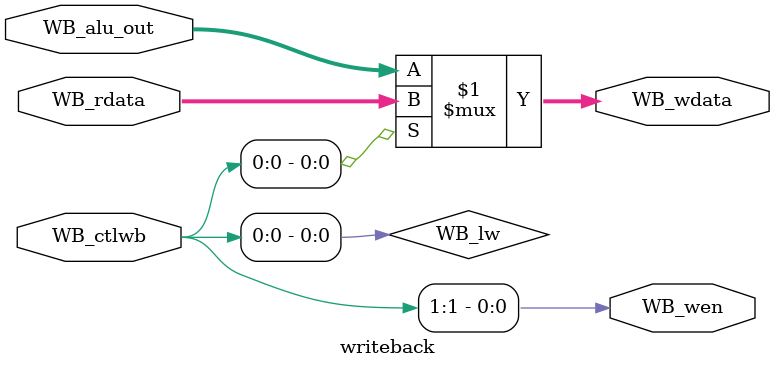
<source format=v>
`ifndef _writeback_v_
`define _writeback_v_
`endif

module writeback(WB_ctlwb, WB_rdata, WB_alu_out, WB_wen, WB_wdata);

  input wire [1:0] WB_ctlwb;
  input wire [31:0] WB_rdata, WB_alu_out;
  
  output wire WB_wen;
  output wire [31:0] WB_wdata;

  wire WB_lw = WB_ctlwb[0];
  
  assign WB_wen = WB_ctlwb[1];
  
  assign WB_wdata = (WB_lw) ? (WB_rdata) : (WB_alu_out);

endmodule
</source>
